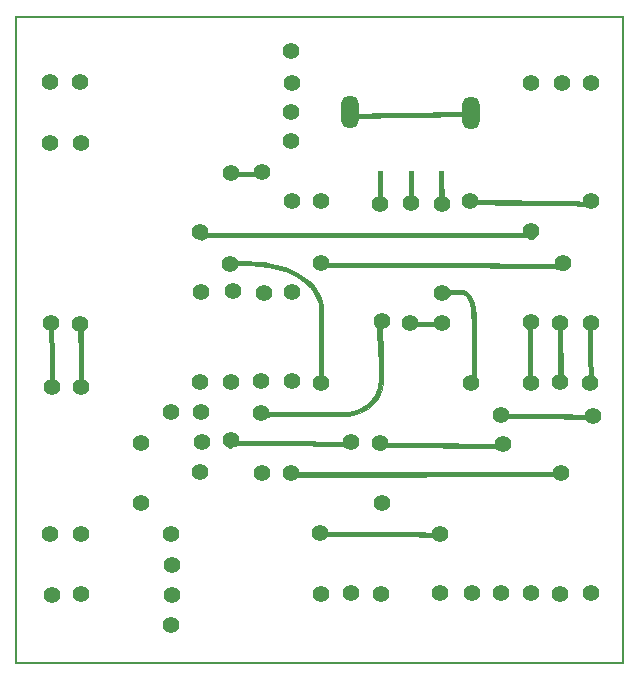
<source format=gbr>
G04 #@! TF.FileFunction,Copper,L1,Top,Signal*
%FSLAX46Y46*%
G04 Gerber Fmt 4.6, Leading zero omitted, Abs format (unit mm)*
G04 Created by KiCad (PCBNEW 4.0.7-e0-6372~58~ubuntu16.04.1) date Sun Feb 25 11:44:24 2018*
%MOMM*%
%LPD*%
G01*
G04 APERTURE LIST*
%ADD10C,0.100000*%
%ADD11C,0.010000*%
%ADD12O,1.500000X2.800000*%
%ADD13C,1.400000*%
G04 APERTURE END LIST*
D10*
D11*
G36*
X103308667Y-76349667D02*
X51873667Y-76349667D01*
X51873667Y-21655000D01*
X51916000Y-21655000D01*
X51916000Y-76307333D01*
X103266333Y-76307333D01*
X103266333Y-21655000D01*
X51916000Y-21655000D01*
X51873667Y-21655000D01*
X51873667Y-21612667D01*
X103308667Y-21612667D01*
X103308667Y-76349667D01*
X103308667Y-76349667D01*
G37*
X103308667Y-76349667D02*
X51873667Y-76349667D01*
X51873667Y-21655000D01*
X51916000Y-21655000D01*
X51916000Y-76307333D01*
X103266333Y-76307333D01*
X103266333Y-21655000D01*
X51916000Y-21655000D01*
X51873667Y-21655000D01*
X51873667Y-21612667D01*
X103308667Y-21612667D01*
X103308667Y-76349667D01*
G36*
X77708600Y-65061978D02*
X77827365Y-65156082D01*
X77923425Y-65258333D01*
X80911129Y-65258602D01*
X81469711Y-65259344D01*
X82051711Y-65261393D01*
X82643767Y-65264624D01*
X83232514Y-65268914D01*
X83804592Y-65274141D01*
X84346635Y-65280181D01*
X84845282Y-65286910D01*
X85287170Y-65294206D01*
X85658936Y-65301945D01*
X85687975Y-65302646D01*
X87477117Y-65346422D01*
X87577899Y-65229256D01*
X87709673Y-65135060D01*
X87869013Y-65106907D01*
X88029602Y-65145539D01*
X88129780Y-65213758D01*
X88222362Y-65352938D01*
X88245223Y-65513819D01*
X88199327Y-65671493D01*
X88107752Y-65783737D01*
X87953632Y-65873683D01*
X87795996Y-65881981D01*
X87730000Y-65863300D01*
X87647769Y-65817311D01*
X87589672Y-65772931D01*
X87560288Y-65755484D01*
X87511246Y-65739622D01*
X87438349Y-65725227D01*
X87337402Y-65712178D01*
X87204206Y-65700358D01*
X87034564Y-65689645D01*
X86824280Y-65679922D01*
X86569157Y-65671068D01*
X86264997Y-65662964D01*
X85907603Y-65655490D01*
X85492779Y-65648529D01*
X85016328Y-65641959D01*
X84474051Y-65635661D01*
X83861753Y-65629517D01*
X83175236Y-65623407D01*
X82410304Y-65617211D01*
X82006210Y-65614112D01*
X77912253Y-65583191D01*
X77835944Y-65677429D01*
X77725954Y-65756338D01*
X77590734Y-65794197D01*
X77421627Y-65782831D01*
X77289797Y-65711075D01*
X77200421Y-65596882D01*
X77158679Y-65458209D01*
X77169747Y-65313011D01*
X77238803Y-65179242D01*
X77371024Y-65074858D01*
X77381780Y-65069589D01*
X77553548Y-65024455D01*
X77708600Y-65061978D01*
X77708600Y-65061978D01*
G37*
X77708600Y-65061978D02*
X77827365Y-65156082D01*
X77923425Y-65258333D01*
X80911129Y-65258602D01*
X81469711Y-65259344D01*
X82051711Y-65261393D01*
X82643767Y-65264624D01*
X83232514Y-65268914D01*
X83804592Y-65274141D01*
X84346635Y-65280181D01*
X84845282Y-65286910D01*
X85287170Y-65294206D01*
X85658936Y-65301945D01*
X85687975Y-65302646D01*
X87477117Y-65346422D01*
X87577899Y-65229256D01*
X87709673Y-65135060D01*
X87869013Y-65106907D01*
X88029602Y-65145539D01*
X88129780Y-65213758D01*
X88222362Y-65352938D01*
X88245223Y-65513819D01*
X88199327Y-65671493D01*
X88107752Y-65783737D01*
X87953632Y-65873683D01*
X87795996Y-65881981D01*
X87730000Y-65863300D01*
X87647769Y-65817311D01*
X87589672Y-65772931D01*
X87560288Y-65755484D01*
X87511246Y-65739622D01*
X87438349Y-65725227D01*
X87337402Y-65712178D01*
X87204206Y-65700358D01*
X87034564Y-65689645D01*
X86824280Y-65679922D01*
X86569157Y-65671068D01*
X86264997Y-65662964D01*
X85907603Y-65655490D01*
X85492779Y-65648529D01*
X85016328Y-65641959D01*
X84474051Y-65635661D01*
X83861753Y-65629517D01*
X83175236Y-65623407D01*
X82410304Y-65617211D01*
X82006210Y-65614112D01*
X77912253Y-65583191D01*
X77835944Y-65677429D01*
X77725954Y-65756338D01*
X77590734Y-65794197D01*
X77421627Y-65782831D01*
X77289797Y-65711075D01*
X77200421Y-65596882D01*
X77158679Y-65458209D01*
X77169747Y-65313011D01*
X77238803Y-65179242D01*
X77371024Y-65074858D01*
X77381780Y-65069589D01*
X77553548Y-65024455D01*
X77708600Y-65061978D01*
G36*
X98167838Y-60067493D02*
X98246070Y-60139248D01*
X98338791Y-60298498D01*
X98347165Y-60454072D01*
X98271255Y-60603720D01*
X98231923Y-60647256D01*
X98079077Y-60749671D01*
X97913845Y-60770226D01*
X97746404Y-60708664D01*
X97681221Y-60661100D01*
X97550612Y-60551200D01*
X75629480Y-60580500D01*
X75528788Y-60675099D01*
X75385114Y-60763895D01*
X75220852Y-60796707D01*
X75087446Y-60772958D01*
X74958317Y-60677355D01*
X74882554Y-60536849D01*
X74865463Y-60376240D01*
X74912349Y-60220328D01*
X74955917Y-60158098D01*
X75097226Y-60051015D01*
X75257517Y-60019522D01*
X75417469Y-60065358D01*
X75482953Y-60110632D01*
X75613722Y-60220667D01*
X97560278Y-60220667D01*
X97686053Y-60114833D01*
X97848471Y-60022981D01*
X98014748Y-60007449D01*
X98167838Y-60067493D01*
X98167838Y-60067493D01*
G37*
X98167838Y-60067493D02*
X98246070Y-60139248D01*
X98338791Y-60298498D01*
X98347165Y-60454072D01*
X98271255Y-60603720D01*
X98231923Y-60647256D01*
X98079077Y-60749671D01*
X97913845Y-60770226D01*
X97746404Y-60708664D01*
X97681221Y-60661100D01*
X97550612Y-60551200D01*
X75629480Y-60580500D01*
X75528788Y-60675099D01*
X75385114Y-60763895D01*
X75220852Y-60796707D01*
X75087446Y-60772958D01*
X74958317Y-60677355D01*
X74882554Y-60536849D01*
X74865463Y-60376240D01*
X74912349Y-60220328D01*
X74955917Y-60158098D01*
X75097226Y-60051015D01*
X75257517Y-60019522D01*
X75417469Y-60065358D01*
X75482953Y-60110632D01*
X75613722Y-60220667D01*
X97560278Y-60220667D01*
X97686053Y-60114833D01*
X97848471Y-60022981D01*
X98014748Y-60007449D01*
X98167838Y-60067493D01*
G36*
X82931160Y-57547769D02*
X83079202Y-57624768D01*
X83132811Y-57675808D01*
X83213455Y-57765333D01*
X86223144Y-57765582D01*
X86782364Y-57766307D01*
X87363996Y-57768314D01*
X87954878Y-57771482D01*
X88541848Y-57775691D01*
X89111743Y-57780821D01*
X89651398Y-57786751D01*
X90147653Y-57793362D01*
X90587344Y-57800534D01*
X90957307Y-57808145D01*
X91001175Y-57809199D01*
X92769518Y-57852569D01*
X92863842Y-57744022D01*
X92982901Y-57654822D01*
X93108675Y-57611536D01*
X93226936Y-57607512D01*
X93326892Y-57649687D01*
X93394425Y-57701395D01*
X93500768Y-57837398D01*
X93537415Y-57991248D01*
X93509878Y-58142751D01*
X93423666Y-58271715D01*
X93284289Y-58357949D01*
X93210131Y-58376744D01*
X93098129Y-58383426D01*
X93021667Y-58371871D01*
X92939213Y-58324495D01*
X92881661Y-58280222D01*
X92851784Y-58262490D01*
X92801963Y-58246374D01*
X92728008Y-58231755D01*
X92625728Y-58218512D01*
X92490931Y-58206527D01*
X92319427Y-58195679D01*
X92107025Y-58185849D01*
X91849534Y-58176916D01*
X91542763Y-58168762D01*
X91182521Y-58161267D01*
X90764618Y-58154310D01*
X90284861Y-58147773D01*
X89739061Y-58141535D01*
X89123026Y-58135477D01*
X88432566Y-58129478D01*
X87663489Y-58123421D01*
X87296083Y-58120683D01*
X86565828Y-58115586D01*
X85916867Y-58111640D01*
X85345834Y-58108861D01*
X84849364Y-58107263D01*
X84424092Y-58106860D01*
X84066651Y-58107666D01*
X83773678Y-58109697D01*
X83541806Y-58112966D01*
X83367671Y-58117488D01*
X83247906Y-58123277D01*
X83179147Y-58130348D01*
X83158000Y-58138395D01*
X83121520Y-58192746D01*
X83031647Y-58250258D01*
X82917734Y-58296151D01*
X82809131Y-58315644D01*
X82805978Y-58315667D01*
X82668755Y-58277609D01*
X82547512Y-58179268D01*
X82468599Y-58044389D01*
X82457327Y-58001475D01*
X82459342Y-57826502D01*
X82524904Y-57685366D01*
X82636840Y-57586347D01*
X82777983Y-57537722D01*
X82931160Y-57547769D01*
X82931160Y-57547769D01*
G37*
X82931160Y-57547769D02*
X83079202Y-57624768D01*
X83132811Y-57675808D01*
X83213455Y-57765333D01*
X86223144Y-57765582D01*
X86782364Y-57766307D01*
X87363996Y-57768314D01*
X87954878Y-57771482D01*
X88541848Y-57775691D01*
X89111743Y-57780821D01*
X89651398Y-57786751D01*
X90147653Y-57793362D01*
X90587344Y-57800534D01*
X90957307Y-57808145D01*
X91001175Y-57809199D01*
X92769518Y-57852569D01*
X92863842Y-57744022D01*
X92982901Y-57654822D01*
X93108675Y-57611536D01*
X93226936Y-57607512D01*
X93326892Y-57649687D01*
X93394425Y-57701395D01*
X93500768Y-57837398D01*
X93537415Y-57991248D01*
X93509878Y-58142751D01*
X93423666Y-58271715D01*
X93284289Y-58357949D01*
X93210131Y-58376744D01*
X93098129Y-58383426D01*
X93021667Y-58371871D01*
X92939213Y-58324495D01*
X92881661Y-58280222D01*
X92851784Y-58262490D01*
X92801963Y-58246374D01*
X92728008Y-58231755D01*
X92625728Y-58218512D01*
X92490931Y-58206527D01*
X92319427Y-58195679D01*
X92107025Y-58185849D01*
X91849534Y-58176916D01*
X91542763Y-58168762D01*
X91182521Y-58161267D01*
X90764618Y-58154310D01*
X90284861Y-58147773D01*
X89739061Y-58141535D01*
X89123026Y-58135477D01*
X88432566Y-58129478D01*
X87663489Y-58123421D01*
X87296083Y-58120683D01*
X86565828Y-58115586D01*
X85916867Y-58111640D01*
X85345834Y-58108861D01*
X84849364Y-58107263D01*
X84424092Y-58106860D01*
X84066651Y-58107666D01*
X83773678Y-58109697D01*
X83541806Y-58112966D01*
X83367671Y-58117488D01*
X83247906Y-58123277D01*
X83179147Y-58130348D01*
X83158000Y-58138395D01*
X83121520Y-58192746D01*
X83031647Y-58250258D01*
X82917734Y-58296151D01*
X82809131Y-58315644D01*
X82805978Y-58315667D01*
X82668755Y-58277609D01*
X82547512Y-58179268D01*
X82468599Y-58044389D01*
X82457327Y-58001475D01*
X82459342Y-57826502D01*
X82524904Y-57685366D01*
X82636840Y-57586347D01*
X82777983Y-57537722D01*
X82931160Y-57547769D01*
G36*
X70205393Y-57386064D02*
X70237366Y-57400863D01*
X70328650Y-57456929D01*
X70378668Y-57504372D01*
X70380092Y-57507551D01*
X70424612Y-57515408D01*
X70550136Y-57523266D01*
X70752997Y-57531050D01*
X71029533Y-57538687D01*
X71376079Y-57546102D01*
X71788972Y-57553220D01*
X72264546Y-57559969D01*
X72799139Y-57566273D01*
X73389085Y-57572059D01*
X73696500Y-57574676D01*
X74263411Y-57579657D01*
X74839617Y-57585433D01*
X75414383Y-57591856D01*
X75976972Y-57598776D01*
X76516649Y-57606043D01*
X77022678Y-57613507D01*
X77484323Y-57621020D01*
X77890848Y-57628431D01*
X78231517Y-57635591D01*
X78437833Y-57640719D01*
X78825401Y-57651093D01*
X79137095Y-57658697D01*
X79381672Y-57663305D01*
X79567886Y-57664692D01*
X79704492Y-57662630D01*
X79800247Y-57656895D01*
X79863904Y-57647260D01*
X79904221Y-57633498D01*
X79929950Y-57615384D01*
X79942419Y-57601867D01*
X80091166Y-57476939D01*
X80255073Y-57431447D01*
X80422197Y-57466724D01*
X80530085Y-57536263D01*
X80634956Y-57671758D01*
X80668316Y-57825710D01*
X80633612Y-57977209D01*
X80534290Y-58105345D01*
X80425452Y-58171084D01*
X80328946Y-58209535D01*
X80273659Y-58228015D01*
X80270110Y-58228316D01*
X80226546Y-58212479D01*
X80153204Y-58183754D01*
X80045926Y-58128273D01*
X79982330Y-58082227D01*
X79918854Y-58063062D01*
X79774134Y-58044920D01*
X79551588Y-58027879D01*
X79254631Y-58012017D01*
X78886683Y-57997412D01*
X78451159Y-57984139D01*
X77951478Y-57972278D01*
X77391055Y-57961904D01*
X76773310Y-57953097D01*
X76101658Y-57945932D01*
X75379518Y-57940488D01*
X74610306Y-57936843D01*
X73797440Y-57935072D01*
X73480811Y-57934908D01*
X72894658Y-57934926D01*
X72387322Y-57935178D01*
X71952954Y-57935813D01*
X71585705Y-57936979D01*
X71279724Y-57938826D01*
X71029164Y-57941502D01*
X70828175Y-57945156D01*
X70670906Y-57949937D01*
X70551510Y-57955993D01*
X70464136Y-57963475D01*
X70402935Y-57972530D01*
X70362058Y-57983308D01*
X70335656Y-57995957D01*
X70317879Y-58010626D01*
X70313279Y-58015526D01*
X70183803Y-58109786D01*
X70045049Y-58134280D01*
X69910156Y-58100884D01*
X69792264Y-58021476D01*
X69704512Y-57907934D01*
X69660039Y-57772135D01*
X69671986Y-57625958D01*
X69740168Y-57497450D01*
X69871069Y-57394214D01*
X70035280Y-57355310D01*
X70205393Y-57386064D01*
X70205393Y-57386064D01*
G37*
X70205393Y-57386064D02*
X70237366Y-57400863D01*
X70328650Y-57456929D01*
X70378668Y-57504372D01*
X70380092Y-57507551D01*
X70424612Y-57515408D01*
X70550136Y-57523266D01*
X70752997Y-57531050D01*
X71029533Y-57538687D01*
X71376079Y-57546102D01*
X71788972Y-57553220D01*
X72264546Y-57559969D01*
X72799139Y-57566273D01*
X73389085Y-57572059D01*
X73696500Y-57574676D01*
X74263411Y-57579657D01*
X74839617Y-57585433D01*
X75414383Y-57591856D01*
X75976972Y-57598776D01*
X76516649Y-57606043D01*
X77022678Y-57613507D01*
X77484323Y-57621020D01*
X77890848Y-57628431D01*
X78231517Y-57635591D01*
X78437833Y-57640719D01*
X78825401Y-57651093D01*
X79137095Y-57658697D01*
X79381672Y-57663305D01*
X79567886Y-57664692D01*
X79704492Y-57662630D01*
X79800247Y-57656895D01*
X79863904Y-57647260D01*
X79904221Y-57633498D01*
X79929950Y-57615384D01*
X79942419Y-57601867D01*
X80091166Y-57476939D01*
X80255073Y-57431447D01*
X80422197Y-57466724D01*
X80530085Y-57536263D01*
X80634956Y-57671758D01*
X80668316Y-57825710D01*
X80633612Y-57977209D01*
X80534290Y-58105345D01*
X80425452Y-58171084D01*
X80328946Y-58209535D01*
X80273659Y-58228015D01*
X80270110Y-58228316D01*
X80226546Y-58212479D01*
X80153204Y-58183754D01*
X80045926Y-58128273D01*
X79982330Y-58082227D01*
X79918854Y-58063062D01*
X79774134Y-58044920D01*
X79551588Y-58027879D01*
X79254631Y-58012017D01*
X78886683Y-57997412D01*
X78451159Y-57984139D01*
X77951478Y-57972278D01*
X77391055Y-57961904D01*
X76773310Y-57953097D01*
X76101658Y-57945932D01*
X75379518Y-57940488D01*
X74610306Y-57936843D01*
X73797440Y-57935072D01*
X73480811Y-57934908D01*
X72894658Y-57934926D01*
X72387322Y-57935178D01*
X71952954Y-57935813D01*
X71585705Y-57936979D01*
X71279724Y-57938826D01*
X71029164Y-57941502D01*
X70828175Y-57945156D01*
X70670906Y-57949937D01*
X70551510Y-57955993D01*
X70464136Y-57963475D01*
X70402935Y-57972530D01*
X70362058Y-57983308D01*
X70335656Y-57995957D01*
X70317879Y-58010626D01*
X70313279Y-58015526D01*
X70183803Y-58109786D01*
X70045049Y-58134280D01*
X69910156Y-58100884D01*
X69792264Y-58021476D01*
X69704512Y-57907934D01*
X69660039Y-57772135D01*
X69671986Y-57625958D01*
X69740168Y-57497450D01*
X69871069Y-57394214D01*
X70035280Y-57355310D01*
X70205393Y-57386064D01*
G36*
X93344903Y-55125389D02*
X93378849Y-55155334D01*
X93478183Y-55254668D01*
X96139175Y-55285462D01*
X96635112Y-55291581D01*
X97128410Y-55298386D01*
X97608677Y-55305687D01*
X98065518Y-55313295D01*
X98488540Y-55321021D01*
X98867348Y-55328677D01*
X99191548Y-55336074D01*
X99450748Y-55343022D01*
X99618602Y-55348686D01*
X100437037Y-55381117D01*
X100557262Y-55260892D01*
X100707803Y-55160996D01*
X100868510Y-55137716D01*
X101020550Y-55188121D01*
X101145086Y-55309283D01*
X101173080Y-55356678D01*
X101217867Y-55524674D01*
X101184297Y-55685143D01*
X101077207Y-55817484D01*
X100944321Y-55882974D01*
X100792858Y-55901784D01*
X100655374Y-55873482D01*
X100583620Y-55824026D01*
X100560046Y-55802416D01*
X100527285Y-55783278D01*
X100480040Y-55766374D01*
X100413013Y-55751465D01*
X100320907Y-55738315D01*
X100198425Y-55726684D01*
X100040268Y-55716334D01*
X99841139Y-55707028D01*
X99595740Y-55698528D01*
X99298774Y-55690595D01*
X98944943Y-55682991D01*
X98528950Y-55675478D01*
X98045496Y-55667819D01*
X97489284Y-55659774D01*
X96855017Y-55651106D01*
X96685712Y-55648842D01*
X93512925Y-55606532D01*
X93398308Y-55716342D01*
X93244104Y-55815330D01*
X93082438Y-55832739D01*
X92926479Y-55769106D01*
X92842439Y-55693728D01*
X92761764Y-55588981D01*
X92733399Y-55497733D01*
X92740475Y-55399438D01*
X92800706Y-55240686D01*
X92911294Y-55126246D01*
X93052209Y-55063778D01*
X93203422Y-55060939D01*
X93344903Y-55125389D01*
X93344903Y-55125389D01*
G37*
X93344903Y-55125389D02*
X93378849Y-55155334D01*
X93478183Y-55254668D01*
X96139175Y-55285462D01*
X96635112Y-55291581D01*
X97128410Y-55298386D01*
X97608677Y-55305687D01*
X98065518Y-55313295D01*
X98488540Y-55321021D01*
X98867348Y-55328677D01*
X99191548Y-55336074D01*
X99450748Y-55343022D01*
X99618602Y-55348686D01*
X100437037Y-55381117D01*
X100557262Y-55260892D01*
X100707803Y-55160996D01*
X100868510Y-55137716D01*
X101020550Y-55188121D01*
X101145086Y-55309283D01*
X101173080Y-55356678D01*
X101217867Y-55524674D01*
X101184297Y-55685143D01*
X101077207Y-55817484D01*
X100944321Y-55882974D01*
X100792858Y-55901784D01*
X100655374Y-55873482D01*
X100583620Y-55824026D01*
X100560046Y-55802416D01*
X100527285Y-55783278D01*
X100480040Y-55766374D01*
X100413013Y-55751465D01*
X100320907Y-55738315D01*
X100198425Y-55726684D01*
X100040268Y-55716334D01*
X99841139Y-55707028D01*
X99595740Y-55698528D01*
X99298774Y-55690595D01*
X98944943Y-55682991D01*
X98528950Y-55675478D01*
X98045496Y-55667819D01*
X97489284Y-55659774D01*
X96855017Y-55651106D01*
X96685712Y-55648842D01*
X93512925Y-55606532D01*
X93398308Y-55716342D01*
X93244104Y-55815330D01*
X93082438Y-55832739D01*
X92926479Y-55769106D01*
X92842439Y-55693728D01*
X92761764Y-55588981D01*
X92733399Y-55497733D01*
X92740475Y-55399438D01*
X92800706Y-55240686D01*
X92911294Y-55126246D01*
X93052209Y-55063778D01*
X93203422Y-55060939D01*
X93344903Y-55125389D01*
G36*
X82864835Y-47301399D02*
X82990566Y-47394655D01*
X83062166Y-47530022D01*
X83072274Y-47691088D01*
X83013527Y-47861441D01*
X82981591Y-47911603D01*
X82889849Y-48040443D01*
X82968395Y-50103891D01*
X82986730Y-50595410D01*
X83001257Y-51010762D01*
X83012057Y-51358358D01*
X83019212Y-51646609D01*
X83022804Y-51883926D01*
X83022914Y-52078719D01*
X83019625Y-52239399D01*
X83013019Y-52374377D01*
X83003176Y-52492064D01*
X82992505Y-52583422D01*
X82886136Y-53137422D01*
X82719382Y-53632147D01*
X82491601Y-54068311D01*
X82202154Y-54446631D01*
X81850401Y-54767820D01*
X81435701Y-55032594D01*
X80957415Y-55241669D01*
X80491000Y-55378359D01*
X80428381Y-55391854D01*
X80357918Y-55403714D01*
X80273819Y-55414074D01*
X80170289Y-55423066D01*
X80041535Y-55430826D01*
X79881762Y-55437487D01*
X79685177Y-55443184D01*
X79445986Y-55448051D01*
X79158395Y-55452222D01*
X78816611Y-55455832D01*
X78414839Y-55459014D01*
X77947286Y-55461902D01*
X77408158Y-55464632D01*
X76791661Y-55467336D01*
X76618281Y-55468051D01*
X75982065Y-55470773D01*
X75425263Y-55473490D01*
X74942624Y-55476318D01*
X74528895Y-55479375D01*
X74178825Y-55482778D01*
X73887160Y-55486645D01*
X73648650Y-55491094D01*
X73458042Y-55496242D01*
X73310084Y-55502207D01*
X73199523Y-55509105D01*
X73121109Y-55517055D01*
X73069589Y-55526173D01*
X73039710Y-55536579D01*
X73026221Y-55548388D01*
X73026208Y-55548410D01*
X72965866Y-55604196D01*
X72861611Y-55665810D01*
X72750470Y-55714239D01*
X72671276Y-55730650D01*
X72608574Y-55713841D01*
X72553500Y-55693313D01*
X72413775Y-55597613D01*
X72326856Y-55460238D01*
X72297292Y-55303651D01*
X72329633Y-55150318D01*
X72419239Y-55030340D01*
X72571900Y-54945697D01*
X72737788Y-54928233D01*
X72891327Y-54977770D01*
X72961807Y-55034102D01*
X73061500Y-55139204D01*
X76343444Y-55139935D01*
X76995867Y-55139470D01*
X77595475Y-55137806D01*
X78138305Y-55134990D01*
X78620396Y-55131069D01*
X79037788Y-55126092D01*
X79386518Y-55120105D01*
X79662626Y-55113157D01*
X79862149Y-55105295D01*
X79981128Y-55096566D01*
X79984110Y-55096205D01*
X80532042Y-54996010D01*
X81017336Y-54838928D01*
X81440206Y-54624799D01*
X81800863Y-54353465D01*
X82099523Y-54024770D01*
X82336396Y-53638554D01*
X82501810Y-53226400D01*
X82549833Y-53065064D01*
X82589541Y-52905120D01*
X82621233Y-52738164D01*
X82645210Y-52555797D01*
X82661772Y-52349615D01*
X82671221Y-52111218D01*
X82673855Y-51832203D01*
X82669976Y-51504170D01*
X82659885Y-51118716D01*
X82643880Y-50667440D01*
X82622264Y-50141940D01*
X82616693Y-50013440D01*
X82530532Y-48040047D01*
X82420933Y-47930448D01*
X82339032Y-47816066D01*
X82311739Y-47673908D01*
X82311333Y-47647667D01*
X82345394Y-47467429D01*
X82443141Y-47340969D01*
X82597920Y-47274942D01*
X82692333Y-47266667D01*
X82864835Y-47301399D01*
X82864835Y-47301399D01*
G37*
X82864835Y-47301399D02*
X82990566Y-47394655D01*
X83062166Y-47530022D01*
X83072274Y-47691088D01*
X83013527Y-47861441D01*
X82981591Y-47911603D01*
X82889849Y-48040443D01*
X82968395Y-50103891D01*
X82986730Y-50595410D01*
X83001257Y-51010762D01*
X83012057Y-51358358D01*
X83019212Y-51646609D01*
X83022804Y-51883926D01*
X83022914Y-52078719D01*
X83019625Y-52239399D01*
X83013019Y-52374377D01*
X83003176Y-52492064D01*
X82992505Y-52583422D01*
X82886136Y-53137422D01*
X82719382Y-53632147D01*
X82491601Y-54068311D01*
X82202154Y-54446631D01*
X81850401Y-54767820D01*
X81435701Y-55032594D01*
X80957415Y-55241669D01*
X80491000Y-55378359D01*
X80428381Y-55391854D01*
X80357918Y-55403714D01*
X80273819Y-55414074D01*
X80170289Y-55423066D01*
X80041535Y-55430826D01*
X79881762Y-55437487D01*
X79685177Y-55443184D01*
X79445986Y-55448051D01*
X79158395Y-55452222D01*
X78816611Y-55455832D01*
X78414839Y-55459014D01*
X77947286Y-55461902D01*
X77408158Y-55464632D01*
X76791661Y-55467336D01*
X76618281Y-55468051D01*
X75982065Y-55470773D01*
X75425263Y-55473490D01*
X74942624Y-55476318D01*
X74528895Y-55479375D01*
X74178825Y-55482778D01*
X73887160Y-55486645D01*
X73648650Y-55491094D01*
X73458042Y-55496242D01*
X73310084Y-55502207D01*
X73199523Y-55509105D01*
X73121109Y-55517055D01*
X73069589Y-55526173D01*
X73039710Y-55536579D01*
X73026221Y-55548388D01*
X73026208Y-55548410D01*
X72965866Y-55604196D01*
X72861611Y-55665810D01*
X72750470Y-55714239D01*
X72671276Y-55730650D01*
X72608574Y-55713841D01*
X72553500Y-55693313D01*
X72413775Y-55597613D01*
X72326856Y-55460238D01*
X72297292Y-55303651D01*
X72329633Y-55150318D01*
X72419239Y-55030340D01*
X72571900Y-54945697D01*
X72737788Y-54928233D01*
X72891327Y-54977770D01*
X72961807Y-55034102D01*
X73061500Y-55139204D01*
X76343444Y-55139935D01*
X76995867Y-55139470D01*
X77595475Y-55137806D01*
X78138305Y-55134990D01*
X78620396Y-55131069D01*
X79037788Y-55126092D01*
X79386518Y-55120105D01*
X79662626Y-55113157D01*
X79862149Y-55105295D01*
X79981128Y-55096566D01*
X79984110Y-55096205D01*
X80532042Y-54996010D01*
X81017336Y-54838928D01*
X81440206Y-54624799D01*
X81800863Y-54353465D01*
X82099523Y-54024770D01*
X82336396Y-53638554D01*
X82501810Y-53226400D01*
X82549833Y-53065064D01*
X82589541Y-52905120D01*
X82621233Y-52738164D01*
X82645210Y-52555797D01*
X82661772Y-52349615D01*
X82671221Y-52111218D01*
X82673855Y-51832203D01*
X82669976Y-51504170D01*
X82659885Y-51118716D01*
X82643880Y-50667440D01*
X82622264Y-50141940D01*
X82616693Y-50013440D01*
X82530532Y-48040047D01*
X82420933Y-47930448D01*
X82339032Y-47816066D01*
X82311739Y-47673908D01*
X82311333Y-47647667D01*
X82345394Y-47467429D01*
X82443141Y-47340969D01*
X82597920Y-47274942D01*
X82692333Y-47266667D01*
X82864835Y-47301399D01*
G36*
X55119486Y-47395253D02*
X55198757Y-47455242D01*
X55283354Y-47593426D01*
X55306199Y-47756813D01*
X55266991Y-47914769D01*
X55204142Y-48004039D01*
X55105618Y-48102563D01*
X55124038Y-50362198D01*
X55142457Y-52621833D01*
X55253350Y-52740025D01*
X55348291Y-52892466D01*
X55370216Y-53051959D01*
X55326954Y-53200419D01*
X55226338Y-53319761D01*
X55076200Y-53391899D01*
X54965402Y-53405000D01*
X54835834Y-53388257D01*
X54737594Y-53323919D01*
X54692596Y-53274752D01*
X54601529Y-53116247D01*
X54595106Y-52957398D01*
X54673331Y-52797628D01*
X54695477Y-52769824D01*
X54807955Y-52636152D01*
X54777977Y-50374500D01*
X54747999Y-48112847D01*
X54644333Y-48009181D01*
X54556605Y-47867047D01*
X54538619Y-47703356D01*
X54589997Y-47544009D01*
X54652273Y-47462939D01*
X54797116Y-47370980D01*
X54961467Y-47348297D01*
X55119486Y-47395253D01*
X55119486Y-47395253D01*
G37*
X55119486Y-47395253D02*
X55198757Y-47455242D01*
X55283354Y-47593426D01*
X55306199Y-47756813D01*
X55266991Y-47914769D01*
X55204142Y-48004039D01*
X55105618Y-48102563D01*
X55124038Y-50362198D01*
X55142457Y-52621833D01*
X55253350Y-52740025D01*
X55348291Y-52892466D01*
X55370216Y-53051959D01*
X55326954Y-53200419D01*
X55226338Y-53319761D01*
X55076200Y-53391899D01*
X54965402Y-53405000D01*
X54835834Y-53388257D01*
X54737594Y-53323919D01*
X54692596Y-53274752D01*
X54601529Y-53116247D01*
X54595106Y-52957398D01*
X54673331Y-52797628D01*
X54695477Y-52769824D01*
X54807955Y-52636152D01*
X54777977Y-50374500D01*
X54747999Y-48112847D01*
X54644333Y-48009181D01*
X54556605Y-47867047D01*
X54538619Y-47703356D01*
X54589997Y-47544009D01*
X54652273Y-47462939D01*
X54797116Y-47370980D01*
X54961467Y-47348297D01*
X55119486Y-47395253D01*
G36*
X57602806Y-47410666D02*
X57659427Y-47452674D01*
X57753978Y-47584747D01*
X57782455Y-47744296D01*
X57744044Y-47904857D01*
X57676397Y-48004239D01*
X57575551Y-48111584D01*
X57623293Y-52642786D01*
X57732980Y-52773141D01*
X57821143Y-52934277D01*
X57831831Y-53102203D01*
X57766850Y-53258279D01*
X57677002Y-53350737D01*
X57574458Y-53389981D01*
X57433802Y-53400480D01*
X57296771Y-53381636D01*
X57235450Y-53357056D01*
X57166472Y-53288140D01*
X57102977Y-53181009D01*
X57098145Y-53169868D01*
X57066656Y-52997354D01*
X57118119Y-52825034D01*
X57200472Y-52706500D01*
X57216269Y-52682768D01*
X57229420Y-52647438D01*
X57240072Y-52593598D01*
X57248373Y-52514333D01*
X57254469Y-52402731D01*
X57258508Y-52251878D01*
X57260638Y-52054860D01*
X57261006Y-51804763D01*
X57259760Y-51494676D01*
X57257046Y-51117683D01*
X57253013Y-50666871D01*
X57250191Y-50375240D01*
X57228078Y-48128646D01*
X57112039Y-47990742D01*
X57015275Y-47829064D01*
X57002891Y-47674065D01*
X57074892Y-47525396D01*
X57119743Y-47475077D01*
X57272825Y-47373340D01*
X57438882Y-47351661D01*
X57602806Y-47410666D01*
X57602806Y-47410666D01*
G37*
X57602806Y-47410666D02*
X57659427Y-47452674D01*
X57753978Y-47584747D01*
X57782455Y-47744296D01*
X57744044Y-47904857D01*
X57676397Y-48004239D01*
X57575551Y-48111584D01*
X57623293Y-52642786D01*
X57732980Y-52773141D01*
X57821143Y-52934277D01*
X57831831Y-53102203D01*
X57766850Y-53258279D01*
X57677002Y-53350737D01*
X57574458Y-53389981D01*
X57433802Y-53400480D01*
X57296771Y-53381636D01*
X57235450Y-53357056D01*
X57166472Y-53288140D01*
X57102977Y-53181009D01*
X57098145Y-53169868D01*
X57066656Y-52997354D01*
X57118119Y-52825034D01*
X57200472Y-52706500D01*
X57216269Y-52682768D01*
X57229420Y-52647438D01*
X57240072Y-52593598D01*
X57248373Y-52514333D01*
X57254469Y-52402731D01*
X57258508Y-52251878D01*
X57260638Y-52054860D01*
X57261006Y-51804763D01*
X57259760Y-51494676D01*
X57257046Y-51117683D01*
X57253013Y-50666871D01*
X57250191Y-50375240D01*
X57228078Y-48128646D01*
X57112039Y-47990742D01*
X57015275Y-47829064D01*
X57002891Y-47674065D01*
X57074892Y-47525396D01*
X57119743Y-47475077D01*
X57272825Y-47373340D01*
X57438882Y-47351661D01*
X57602806Y-47410666D01*
G36*
X70412928Y-42241999D02*
X70451465Y-42266282D01*
X70493876Y-42291289D01*
X70549347Y-42310992D01*
X70628655Y-42326318D01*
X70742577Y-42338195D01*
X70901889Y-42347550D01*
X71117368Y-42355312D01*
X71399791Y-42362409D01*
X71622167Y-42367060D01*
X72004665Y-42376369D01*
X72318945Y-42388210D01*
X72581447Y-42403769D01*
X72808608Y-42424235D01*
X73016866Y-42450793D01*
X73204232Y-42481333D01*
X73982804Y-42647422D01*
X74696699Y-42856847D01*
X75344430Y-43108575D01*
X75924509Y-43401579D01*
X76435450Y-43734829D01*
X76875767Y-44107293D01*
X77243972Y-44517944D01*
X77538579Y-44965751D01*
X77758101Y-45449685D01*
X77834599Y-45688195D01*
X77851833Y-45751255D01*
X77866817Y-45813419D01*
X77879739Y-45880884D01*
X77890784Y-45959847D01*
X77900138Y-46056506D01*
X77907988Y-46177057D01*
X77914519Y-46327698D01*
X77919918Y-46514625D01*
X77924370Y-46744035D01*
X77928063Y-47022126D01*
X77931181Y-47355094D01*
X77933911Y-47749137D01*
X77936439Y-48210450D01*
X77938952Y-48745233D01*
X77941094Y-49234563D01*
X77954992Y-52451292D01*
X78047284Y-52549532D01*
X78127510Y-52690552D01*
X78142164Y-52852523D01*
X78092623Y-53006166D01*
X78021760Y-53091993D01*
X77865726Y-53176980D01*
X77697147Y-53187383D01*
X77539152Y-53122925D01*
X77507431Y-53098083D01*
X77400070Y-52956457D01*
X77368892Y-52795954D01*
X77415545Y-52635421D01*
X77461219Y-52569557D01*
X77572508Y-52437297D01*
X77560670Y-49164065D01*
X77548833Y-45890833D01*
X77435413Y-45580335D01*
X77270857Y-45200360D01*
X77065102Y-44863086D01*
X76798843Y-44537344D01*
X76770259Y-44506464D01*
X76351454Y-44117942D01*
X75863656Y-43772884D01*
X75311423Y-43472813D01*
X74699310Y-43219255D01*
X74031876Y-43013733D01*
X73313678Y-42857771D01*
X72549271Y-42752894D01*
X71743213Y-42700625D01*
X71353660Y-42694667D01*
X70618969Y-42694667D01*
X70500333Y-42821667D01*
X70359892Y-42922030D01*
X70205296Y-42955490D01*
X70055502Y-42928600D01*
X69929469Y-42847914D01*
X69846154Y-42719986D01*
X69823000Y-42587501D01*
X69859520Y-42420529D01*
X69956157Y-42292586D01*
X70093527Y-42213578D01*
X70252245Y-42193413D01*
X70412928Y-42241999D01*
X70412928Y-42241999D01*
G37*
X70412928Y-42241999D02*
X70451465Y-42266282D01*
X70493876Y-42291289D01*
X70549347Y-42310992D01*
X70628655Y-42326318D01*
X70742577Y-42338195D01*
X70901889Y-42347550D01*
X71117368Y-42355312D01*
X71399791Y-42362409D01*
X71622167Y-42367060D01*
X72004665Y-42376369D01*
X72318945Y-42388210D01*
X72581447Y-42403769D01*
X72808608Y-42424235D01*
X73016866Y-42450793D01*
X73204232Y-42481333D01*
X73982804Y-42647422D01*
X74696699Y-42856847D01*
X75344430Y-43108575D01*
X75924509Y-43401579D01*
X76435450Y-43734829D01*
X76875767Y-44107293D01*
X77243972Y-44517944D01*
X77538579Y-44965751D01*
X77758101Y-45449685D01*
X77834599Y-45688195D01*
X77851833Y-45751255D01*
X77866817Y-45813419D01*
X77879739Y-45880884D01*
X77890784Y-45959847D01*
X77900138Y-46056506D01*
X77907988Y-46177057D01*
X77914519Y-46327698D01*
X77919918Y-46514625D01*
X77924370Y-46744035D01*
X77928063Y-47022126D01*
X77931181Y-47355094D01*
X77933911Y-47749137D01*
X77936439Y-48210450D01*
X77938952Y-48745233D01*
X77941094Y-49234563D01*
X77954992Y-52451292D01*
X78047284Y-52549532D01*
X78127510Y-52690552D01*
X78142164Y-52852523D01*
X78092623Y-53006166D01*
X78021760Y-53091993D01*
X77865726Y-53176980D01*
X77697147Y-53187383D01*
X77539152Y-53122925D01*
X77507431Y-53098083D01*
X77400070Y-52956457D01*
X77368892Y-52795954D01*
X77415545Y-52635421D01*
X77461219Y-52569557D01*
X77572508Y-52437297D01*
X77560670Y-49164065D01*
X77548833Y-45890833D01*
X77435413Y-45580335D01*
X77270857Y-45200360D01*
X77065102Y-44863086D01*
X76798843Y-44537344D01*
X76770259Y-44506464D01*
X76351454Y-44117942D01*
X75863656Y-43772884D01*
X75311423Y-43472813D01*
X74699310Y-43219255D01*
X74031876Y-43013733D01*
X73313678Y-42857771D01*
X72549271Y-42752894D01*
X71743213Y-42700625D01*
X71353660Y-42694667D01*
X70618969Y-42694667D01*
X70500333Y-42821667D01*
X70359892Y-42922030D01*
X70205296Y-42955490D01*
X70055502Y-42928600D01*
X69929469Y-42847914D01*
X69846154Y-42719986D01*
X69823000Y-42587501D01*
X69859520Y-42420529D01*
X69956157Y-42292586D01*
X70093527Y-42213578D01*
X70252245Y-42193413D01*
X70412928Y-42241999D01*
G36*
X88255111Y-44698077D02*
X88319086Y-44729741D01*
X88391424Y-44768372D01*
X88457231Y-44793464D01*
X88534060Y-44806156D01*
X88639462Y-44807583D01*
X88790989Y-44798884D01*
X89006194Y-44781196D01*
X89052007Y-44777235D01*
X89286406Y-44760585D01*
X89496314Y-44752471D01*
X89661772Y-44753288D01*
X89762000Y-44763235D01*
X90014538Y-44855272D01*
X90231343Y-45007275D01*
X90415236Y-45223540D01*
X90569037Y-45508362D01*
X90695567Y-45866037D01*
X90797645Y-46300860D01*
X90808034Y-46356500D01*
X90821966Y-46443391D01*
X90834169Y-46545394D01*
X90844817Y-46668930D01*
X90854082Y-46820422D01*
X90862140Y-47006291D01*
X90869163Y-47232960D01*
X90875326Y-47506852D01*
X90880802Y-47834387D01*
X90885766Y-48221988D01*
X90890391Y-48676078D01*
X90894851Y-49203078D01*
X90898555Y-49700833D01*
X90902070Y-50197916D01*
X90905396Y-50672923D01*
X90908485Y-51118635D01*
X90911289Y-51527832D01*
X90913758Y-51893293D01*
X90915844Y-52207798D01*
X90917499Y-52464126D01*
X90918675Y-52655057D01*
X90919322Y-52773371D01*
X90919435Y-52808385D01*
X90881094Y-52960460D01*
X90776892Y-53075974D01*
X90622456Y-53141337D01*
X90525402Y-53151000D01*
X90395834Y-53134257D01*
X90297594Y-53069919D01*
X90252596Y-53020752D01*
X90159876Y-52861502D01*
X90151501Y-52705928D01*
X90227411Y-52556279D01*
X90266743Y-52512743D01*
X90360345Y-52434347D01*
X90440919Y-52391634D01*
X90457243Y-52389000D01*
X90470646Y-52382747D01*
X90482144Y-52360041D01*
X90491880Y-52314962D01*
X90499997Y-52241586D01*
X90506637Y-52133994D01*
X90511942Y-51986265D01*
X90516056Y-51792476D01*
X90519121Y-51546707D01*
X90521279Y-51243036D01*
X90522673Y-50875542D01*
X90523446Y-50438305D01*
X90523739Y-49925402D01*
X90523750Y-49626750D01*
X90523359Y-49021445D01*
X90522046Y-48493977D01*
X90519429Y-48037520D01*
X90515122Y-47645245D01*
X90508742Y-47310326D01*
X90499906Y-47025934D01*
X90488229Y-46785243D01*
X90473329Y-46581424D01*
X90454820Y-46407652D01*
X90432319Y-46257097D01*
X90405443Y-46122933D01*
X90373808Y-45998333D01*
X90337029Y-45876468D01*
X90308028Y-45789160D01*
X90191088Y-45533906D01*
X90018360Y-45313568D01*
X90017727Y-45312910D01*
X89819898Y-45107667D01*
X89484032Y-45109949D01*
X89109260Y-45120071D01*
X88813045Y-45145316D01*
X88590499Y-45186474D01*
X88436734Y-45244337D01*
X88372913Y-45289785D01*
X88211153Y-45401741D01*
X88048595Y-45429525D01*
X87905148Y-45385840D01*
X87765572Y-45272664D01*
X87693930Y-45124227D01*
X87694602Y-44960204D01*
X87771967Y-44800270D01*
X87774168Y-44797450D01*
X87907535Y-44689400D01*
X88071865Y-44655777D01*
X88255111Y-44698077D01*
X88255111Y-44698077D01*
G37*
X88255111Y-44698077D02*
X88319086Y-44729741D01*
X88391424Y-44768372D01*
X88457231Y-44793464D01*
X88534060Y-44806156D01*
X88639462Y-44807583D01*
X88790989Y-44798884D01*
X89006194Y-44781196D01*
X89052007Y-44777235D01*
X89286406Y-44760585D01*
X89496314Y-44752471D01*
X89661772Y-44753288D01*
X89762000Y-44763235D01*
X90014538Y-44855272D01*
X90231343Y-45007275D01*
X90415236Y-45223540D01*
X90569037Y-45508362D01*
X90695567Y-45866037D01*
X90797645Y-46300860D01*
X90808034Y-46356500D01*
X90821966Y-46443391D01*
X90834169Y-46545394D01*
X90844817Y-46668930D01*
X90854082Y-46820422D01*
X90862140Y-47006291D01*
X90869163Y-47232960D01*
X90875326Y-47506852D01*
X90880802Y-47834387D01*
X90885766Y-48221988D01*
X90890391Y-48676078D01*
X90894851Y-49203078D01*
X90898555Y-49700833D01*
X90902070Y-50197916D01*
X90905396Y-50672923D01*
X90908485Y-51118635D01*
X90911289Y-51527832D01*
X90913758Y-51893293D01*
X90915844Y-52207798D01*
X90917499Y-52464126D01*
X90918675Y-52655057D01*
X90919322Y-52773371D01*
X90919435Y-52808385D01*
X90881094Y-52960460D01*
X90776892Y-53075974D01*
X90622456Y-53141337D01*
X90525402Y-53151000D01*
X90395834Y-53134257D01*
X90297594Y-53069919D01*
X90252596Y-53020752D01*
X90159876Y-52861502D01*
X90151501Y-52705928D01*
X90227411Y-52556279D01*
X90266743Y-52512743D01*
X90360345Y-52434347D01*
X90440919Y-52391634D01*
X90457243Y-52389000D01*
X90470646Y-52382747D01*
X90482144Y-52360041D01*
X90491880Y-52314962D01*
X90499997Y-52241586D01*
X90506637Y-52133994D01*
X90511942Y-51986265D01*
X90516056Y-51792476D01*
X90519121Y-51546707D01*
X90521279Y-51243036D01*
X90522673Y-50875542D01*
X90523446Y-50438305D01*
X90523739Y-49925402D01*
X90523750Y-49626750D01*
X90523359Y-49021445D01*
X90522046Y-48493977D01*
X90519429Y-48037520D01*
X90515122Y-47645245D01*
X90508742Y-47310326D01*
X90499906Y-47025934D01*
X90488229Y-46785243D01*
X90473329Y-46581424D01*
X90454820Y-46407652D01*
X90432319Y-46257097D01*
X90405443Y-46122933D01*
X90373808Y-45998333D01*
X90337029Y-45876468D01*
X90308028Y-45789160D01*
X90191088Y-45533906D01*
X90018360Y-45313568D01*
X90017727Y-45312910D01*
X89819898Y-45107667D01*
X89484032Y-45109949D01*
X89109260Y-45120071D01*
X88813045Y-45145316D01*
X88590499Y-45186474D01*
X88436734Y-45244337D01*
X88372913Y-45289785D01*
X88211153Y-45401741D01*
X88048595Y-45429525D01*
X87905148Y-45385840D01*
X87765572Y-45272664D01*
X87693930Y-45124227D01*
X87694602Y-44960204D01*
X87771967Y-44800270D01*
X87774168Y-44797450D01*
X87907535Y-44689400D01*
X88071865Y-44655777D01*
X88255111Y-44698077D01*
G36*
X100662570Y-47204005D02*
X100806795Y-47298424D01*
X100814256Y-47305743D01*
X100915578Y-47452808D01*
X100932542Y-47606301D01*
X100865125Y-47765147D01*
X100825573Y-47817115D01*
X100713147Y-47950726D01*
X100743357Y-50134914D01*
X100773566Y-52319101D01*
X100876950Y-52441965D01*
X100962768Y-52599735D01*
X100974635Y-52762822D01*
X100919680Y-52912165D01*
X100805032Y-53028701D01*
X100637821Y-53093365D01*
X100633047Y-53094149D01*
X100521466Y-53101313D01*
X100437037Y-53068922D01*
X100347297Y-52990143D01*
X100242275Y-52834893D01*
X100218412Y-52668179D01*
X100276387Y-52502425D01*
X100317601Y-52445165D01*
X100416869Y-52325500D01*
X100397732Y-50145333D01*
X100378596Y-47965167D01*
X100267677Y-47846974D01*
X100173198Y-47699619D01*
X100149263Y-47550716D01*
X100183723Y-47412296D01*
X100264431Y-47296386D01*
X100379240Y-47215015D01*
X100516002Y-47180212D01*
X100662570Y-47204005D01*
X100662570Y-47204005D01*
G37*
X100662570Y-47204005D02*
X100806795Y-47298424D01*
X100814256Y-47305743D01*
X100915578Y-47452808D01*
X100932542Y-47606301D01*
X100865125Y-47765147D01*
X100825573Y-47817115D01*
X100713147Y-47950726D01*
X100743357Y-50134914D01*
X100773566Y-52319101D01*
X100876950Y-52441965D01*
X100962768Y-52599735D01*
X100974635Y-52762822D01*
X100919680Y-52912165D01*
X100805032Y-53028701D01*
X100637821Y-53093365D01*
X100633047Y-53094149D01*
X100521466Y-53101313D01*
X100437037Y-53068922D01*
X100347297Y-52990143D01*
X100242275Y-52834893D01*
X100218412Y-52668179D01*
X100276387Y-52502425D01*
X100317601Y-52445165D01*
X100416869Y-52325500D01*
X100397732Y-50145333D01*
X100378596Y-47965167D01*
X100267677Y-47846974D01*
X100173198Y-47699619D01*
X100149263Y-47550716D01*
X100183723Y-47412296D01*
X100264431Y-47296386D01*
X100379240Y-47215015D01*
X100516002Y-47180212D01*
X100662570Y-47204005D01*
G36*
X95612224Y-47145349D02*
X95706070Y-47227581D01*
X95797106Y-47386591D01*
X95803486Y-47546072D01*
X95725210Y-47705187D01*
X95706113Y-47729034D01*
X95596560Y-47859231D01*
X95627573Y-50058991D01*
X95658586Y-52258752D01*
X95758293Y-52352422D01*
X95838726Y-52480152D01*
X95862275Y-52637084D01*
X95828793Y-52790541D01*
X95760715Y-52888969D01*
X95619077Y-52975457D01*
X95455531Y-53007287D01*
X95322779Y-52983625D01*
X95191158Y-52887345D01*
X95116402Y-52746975D01*
X95102774Y-52584767D01*
X95154534Y-52422974D01*
X95202198Y-52353953D01*
X95308396Y-52227744D01*
X95281372Y-50054122D01*
X95275153Y-49567314D01*
X95269408Y-49158122D01*
X95263816Y-48819498D01*
X95258054Y-48544397D01*
X95251799Y-48325770D01*
X95244728Y-48156570D01*
X95236520Y-48029751D01*
X95226850Y-47938265D01*
X95215397Y-47875066D01*
X95201839Y-47833106D01*
X95185851Y-47805339D01*
X95177994Y-47795833D01*
X95067103Y-47625331D01*
X95040609Y-47452757D01*
X95071527Y-47331549D01*
X95170045Y-47188405D01*
X95306996Y-47107365D01*
X95461386Y-47091866D01*
X95612224Y-47145349D01*
X95612224Y-47145349D01*
G37*
X95612224Y-47145349D02*
X95706070Y-47227581D01*
X95797106Y-47386591D01*
X95803486Y-47546072D01*
X95725210Y-47705187D01*
X95706113Y-47729034D01*
X95596560Y-47859231D01*
X95627573Y-50058991D01*
X95658586Y-52258752D01*
X95758293Y-52352422D01*
X95838726Y-52480152D01*
X95862275Y-52637084D01*
X95828793Y-52790541D01*
X95760715Y-52888969D01*
X95619077Y-52975457D01*
X95455531Y-53007287D01*
X95322779Y-52983625D01*
X95191158Y-52887345D01*
X95116402Y-52746975D01*
X95102774Y-52584767D01*
X95154534Y-52422974D01*
X95202198Y-52353953D01*
X95308396Y-52227744D01*
X95281372Y-50054122D01*
X95275153Y-49567314D01*
X95269408Y-49158122D01*
X95263816Y-48819498D01*
X95258054Y-48544397D01*
X95251799Y-48325770D01*
X95244728Y-48156570D01*
X95236520Y-48029751D01*
X95226850Y-47938265D01*
X95215397Y-47875066D01*
X95201839Y-47833106D01*
X95185851Y-47805339D01*
X95177994Y-47795833D01*
X95067103Y-47625331D01*
X95040609Y-47452757D01*
X95071527Y-47331549D01*
X95170045Y-47188405D01*
X95306996Y-47107365D01*
X95461386Y-47091866D01*
X95612224Y-47145349D01*
G36*
X98148536Y-47132802D02*
X98271881Y-47227195D01*
X98344900Y-47362490D01*
X98360091Y-47520667D01*
X98309954Y-47683704D01*
X98258514Y-47760835D01*
X98161362Y-47880500D01*
X98207500Y-52240902D01*
X98301673Y-52335041D01*
X98398465Y-52482044D01*
X98425978Y-52643917D01*
X98386890Y-52798788D01*
X98283883Y-52924784D01*
X98224806Y-52962496D01*
X98072487Y-53016360D01*
X97932771Y-53001147D01*
X97842927Y-52960515D01*
X97719338Y-52850556D01*
X97657428Y-52702958D01*
X97659871Y-52540801D01*
X97729344Y-52387167D01*
X97770883Y-52338783D01*
X97861280Y-52248386D01*
X97834445Y-50049225D01*
X97807610Y-47850065D01*
X97700638Y-47743093D01*
X97610226Y-47602408D01*
X97590407Y-47449960D01*
X97632894Y-47304749D01*
X97729399Y-47185770D01*
X97871634Y-47112022D01*
X97982363Y-47097333D01*
X98148536Y-47132802D01*
X98148536Y-47132802D01*
G37*
X98148536Y-47132802D02*
X98271881Y-47227195D01*
X98344900Y-47362490D01*
X98360091Y-47520667D01*
X98309954Y-47683704D01*
X98258514Y-47760835D01*
X98161362Y-47880500D01*
X98207500Y-52240902D01*
X98301673Y-52335041D01*
X98398465Y-52482044D01*
X98425978Y-52643917D01*
X98386890Y-52798788D01*
X98283883Y-52924784D01*
X98224806Y-52962496D01*
X98072487Y-53016360D01*
X97932771Y-53001147D01*
X97842927Y-52960515D01*
X97719338Y-52850556D01*
X97657428Y-52702958D01*
X97659871Y-52540801D01*
X97729344Y-52387167D01*
X97770883Y-52338783D01*
X97861280Y-52248386D01*
X97834445Y-50049225D01*
X97807610Y-47850065D01*
X97700638Y-47743093D01*
X97610226Y-47602408D01*
X97590407Y-47449960D01*
X97632894Y-47304749D01*
X97729399Y-47185770D01*
X97871634Y-47112022D01*
X97982363Y-47097333D01*
X98148536Y-47132802D01*
G36*
X87935643Y-47160526D02*
X88102048Y-47238370D01*
X88204283Y-47370427D01*
X88238000Y-47545449D01*
X88225258Y-47677894D01*
X88173924Y-47771438D01*
X88107752Y-47834403D01*
X87953155Y-47922719D01*
X87797176Y-47937727D01*
X87664008Y-47881846D01*
X87620626Y-47860588D01*
X87547162Y-47844485D01*
X87433230Y-47832883D01*
X87268443Y-47825127D01*
X87042415Y-47820563D01*
X86744758Y-47818535D01*
X86656611Y-47818346D01*
X85731389Y-47817000D01*
X85605613Y-47922833D01*
X85447789Y-48013133D01*
X85291842Y-48019135D01*
X85141670Y-47940978D01*
X85102077Y-47904923D01*
X85001777Y-47755016D01*
X84976071Y-47596000D01*
X85020628Y-47446812D01*
X85131120Y-47326390D01*
X85247533Y-47268636D01*
X85424919Y-47247628D01*
X85583096Y-47308850D01*
X85672811Y-47388808D01*
X85704072Y-47419175D01*
X85743429Y-47441774D01*
X85802828Y-47457748D01*
X85894219Y-47468243D01*
X86029550Y-47474401D01*
X86220769Y-47477367D01*
X86479823Y-47478284D01*
X86607933Y-47478333D01*
X87462410Y-47478333D01*
X87509703Y-47374536D01*
X87599637Y-47262761D01*
X87734832Y-47183330D01*
X87880247Y-47153851D01*
X87935643Y-47160526D01*
X87935643Y-47160526D01*
G37*
X87935643Y-47160526D02*
X88102048Y-47238370D01*
X88204283Y-47370427D01*
X88238000Y-47545449D01*
X88225258Y-47677894D01*
X88173924Y-47771438D01*
X88107752Y-47834403D01*
X87953155Y-47922719D01*
X87797176Y-47937727D01*
X87664008Y-47881846D01*
X87620626Y-47860588D01*
X87547162Y-47844485D01*
X87433230Y-47832883D01*
X87268443Y-47825127D01*
X87042415Y-47820563D01*
X86744758Y-47818535D01*
X86656611Y-47818346D01*
X85731389Y-47817000D01*
X85605613Y-47922833D01*
X85447789Y-48013133D01*
X85291842Y-48019135D01*
X85141670Y-47940978D01*
X85102077Y-47904923D01*
X85001777Y-47755016D01*
X84976071Y-47596000D01*
X85020628Y-47446812D01*
X85131120Y-47326390D01*
X85247533Y-47268636D01*
X85424919Y-47247628D01*
X85583096Y-47308850D01*
X85672811Y-47388808D01*
X85704072Y-47419175D01*
X85743429Y-47441774D01*
X85802828Y-47457748D01*
X85894219Y-47468243D01*
X86029550Y-47474401D01*
X86220769Y-47477367D01*
X86479823Y-47478284D01*
X86607933Y-47478333D01*
X87462410Y-47478333D01*
X87509703Y-47374536D01*
X87599637Y-47262761D01*
X87734832Y-47183330D01*
X87880247Y-47153851D01*
X87935643Y-47160526D01*
G36*
X77887138Y-42279721D02*
X78048730Y-42358561D01*
X78064168Y-42370903D01*
X78183833Y-42470473D01*
X85571000Y-42499530D01*
X86399226Y-42502972D01*
X87230546Y-42506783D01*
X88058592Y-42510918D01*
X88876998Y-42515331D01*
X89679394Y-42519978D01*
X90459415Y-42524814D01*
X91210691Y-42529794D01*
X91926856Y-42534874D01*
X92601542Y-42540008D01*
X93228380Y-42545152D01*
X93801004Y-42550261D01*
X94313047Y-42555290D01*
X94758139Y-42560194D01*
X95129914Y-42564929D01*
X95365520Y-42568486D01*
X97772873Y-42608385D01*
X97890754Y-42482192D01*
X98031882Y-42381485D01*
X98184041Y-42351425D01*
X98330256Y-42382756D01*
X98453549Y-42466225D01*
X98536944Y-42592579D01*
X98563463Y-42752564D01*
X98550243Y-42841662D01*
X98475457Y-42987197D01*
X98348959Y-43080372D01*
X98189668Y-43115511D01*
X98016507Y-43086938D01*
X97909260Y-43033957D01*
X97882335Y-43018534D01*
X97849008Y-43005022D01*
X97803448Y-42993204D01*
X97739823Y-42982863D01*
X97652304Y-42973781D01*
X97535059Y-42965743D01*
X97382257Y-42958531D01*
X97188067Y-42951928D01*
X96946660Y-42945717D01*
X96652202Y-42939681D01*
X96298865Y-42933604D01*
X95880816Y-42927268D01*
X95392225Y-42920456D01*
X94827262Y-42912952D01*
X94564927Y-42909531D01*
X94135812Y-42904365D01*
X93630080Y-42898998D01*
X93055778Y-42893487D01*
X92420956Y-42887889D01*
X91733661Y-42882260D01*
X91001942Y-42876657D01*
X90233848Y-42871136D01*
X89437427Y-42865755D01*
X88620728Y-42860569D01*
X87791798Y-42855636D01*
X86958687Y-42851012D01*
X86129443Y-42846754D01*
X85312115Y-42842919D01*
X84775556Y-42840615D01*
X78201612Y-42813509D01*
X78091700Y-42923421D01*
X77949936Y-43018091D01*
X77799645Y-43044171D01*
X77655960Y-43012139D01*
X77534010Y-42932472D01*
X77448928Y-42815647D01*
X77415844Y-42672141D01*
X77449890Y-42512433D01*
X77461920Y-42487345D01*
X77575043Y-42347727D01*
X77723013Y-42277315D01*
X77887138Y-42279721D01*
X77887138Y-42279721D01*
G37*
X77887138Y-42279721D02*
X78048730Y-42358561D01*
X78064168Y-42370903D01*
X78183833Y-42470473D01*
X85571000Y-42499530D01*
X86399226Y-42502972D01*
X87230546Y-42506783D01*
X88058592Y-42510918D01*
X88876998Y-42515331D01*
X89679394Y-42519978D01*
X90459415Y-42524814D01*
X91210691Y-42529794D01*
X91926856Y-42534874D01*
X92601542Y-42540008D01*
X93228380Y-42545152D01*
X93801004Y-42550261D01*
X94313047Y-42555290D01*
X94758139Y-42560194D01*
X95129914Y-42564929D01*
X95365520Y-42568486D01*
X97772873Y-42608385D01*
X97890754Y-42482192D01*
X98031882Y-42381485D01*
X98184041Y-42351425D01*
X98330256Y-42382756D01*
X98453549Y-42466225D01*
X98536944Y-42592579D01*
X98563463Y-42752564D01*
X98550243Y-42841662D01*
X98475457Y-42987197D01*
X98348959Y-43080372D01*
X98189668Y-43115511D01*
X98016507Y-43086938D01*
X97909260Y-43033957D01*
X97882335Y-43018534D01*
X97849008Y-43005022D01*
X97803448Y-42993204D01*
X97739823Y-42982863D01*
X97652304Y-42973781D01*
X97535059Y-42965743D01*
X97382257Y-42958531D01*
X97188067Y-42951928D01*
X96946660Y-42945717D01*
X96652202Y-42939681D01*
X96298865Y-42933604D01*
X95880816Y-42927268D01*
X95392225Y-42920456D01*
X94827262Y-42912952D01*
X94564927Y-42909531D01*
X94135812Y-42904365D01*
X93630080Y-42898998D01*
X93055778Y-42893487D01*
X92420956Y-42887889D01*
X91733661Y-42882260D01*
X91001942Y-42876657D01*
X90233848Y-42871136D01*
X89437427Y-42865755D01*
X88620728Y-42860569D01*
X87791798Y-42855636D01*
X86958687Y-42851012D01*
X86129443Y-42846754D01*
X85312115Y-42842919D01*
X84775556Y-42840615D01*
X78201612Y-42813509D01*
X78091700Y-42923421D01*
X77949936Y-43018091D01*
X77799645Y-43044171D01*
X77655960Y-43012139D01*
X77534010Y-42932472D01*
X77448928Y-42815647D01*
X77415844Y-42672141D01*
X77449890Y-42512433D01*
X77461920Y-42487345D01*
X77575043Y-42347727D01*
X77723013Y-42277315D01*
X77887138Y-42279721D01*
G36*
X95757740Y-39774894D02*
X95880694Y-39885393D01*
X95924142Y-39963959D01*
X95956059Y-40129081D01*
X95919483Y-40275525D01*
X95830197Y-40392743D01*
X95703984Y-40470185D01*
X95556627Y-40497301D01*
X95403908Y-40463542D01*
X95290500Y-40387500D01*
X95176304Y-40281667D01*
X68070799Y-40281667D01*
X67961118Y-40386748D01*
X67805414Y-40488025D01*
X67637291Y-40515820D01*
X67485147Y-40471388D01*
X67350230Y-40354792D01*
X67285361Y-40206266D01*
X67292959Y-40044815D01*
X67375441Y-39889444D01*
X67406743Y-39855077D01*
X67554654Y-39753902D01*
X67709408Y-39736849D01*
X67867106Y-39804055D01*
X67910280Y-39837167D01*
X68036055Y-39943000D01*
X95147278Y-39943000D01*
X95273053Y-39837167D01*
X95434082Y-39746917D01*
X95602257Y-39727448D01*
X95757740Y-39774894D01*
X95757740Y-39774894D01*
G37*
X95757740Y-39774894D02*
X95880694Y-39885393D01*
X95924142Y-39963959D01*
X95956059Y-40129081D01*
X95919483Y-40275525D01*
X95830197Y-40392743D01*
X95703984Y-40470185D01*
X95556627Y-40497301D01*
X95403908Y-40463542D01*
X95290500Y-40387500D01*
X95176304Y-40281667D01*
X68070799Y-40281667D01*
X67961118Y-40386748D01*
X67805414Y-40488025D01*
X67637291Y-40515820D01*
X67485147Y-40471388D01*
X67350230Y-40354792D01*
X67285361Y-40206266D01*
X67292959Y-40044815D01*
X67375441Y-39889444D01*
X67406743Y-39855077D01*
X67554654Y-39753902D01*
X67709408Y-39736849D01*
X67867106Y-39804055D01*
X67910280Y-39837167D01*
X68036055Y-39943000D01*
X95147278Y-39943000D01*
X95273053Y-39837167D01*
X95434082Y-39746917D01*
X95602257Y-39727448D01*
X95757740Y-39774894D01*
G36*
X82907569Y-36003662D02*
X82916203Y-36400201D01*
X82925497Y-36717484D01*
X82935765Y-36960922D01*
X82947315Y-37135923D01*
X82960459Y-37247899D01*
X82975507Y-37302260D01*
X82982543Y-37309237D01*
X83045305Y-37365235D01*
X83105502Y-37472149D01*
X83147605Y-37597226D01*
X83158000Y-37679321D01*
X83120294Y-37807929D01*
X83023908Y-37925670D01*
X82893941Y-38009443D01*
X82769673Y-38036713D01*
X82646500Y-38022310D01*
X82550783Y-37990056D01*
X82482140Y-37921346D01*
X82418332Y-37813918D01*
X82412632Y-37800843D01*
X82376079Y-37687427D01*
X82383744Y-37591901D01*
X82412279Y-37514001D01*
X82464846Y-37410681D01*
X82515372Y-37344884D01*
X82521280Y-37340563D01*
X82536199Y-37305379D01*
X82547715Y-37216660D01*
X82556002Y-37068729D01*
X82561237Y-36855909D01*
X82563592Y-36572524D01*
X82563244Y-36212896D01*
X82562174Y-36012478D01*
X82553816Y-34714833D01*
X82882833Y-34714833D01*
X82907569Y-36003662D01*
X82907569Y-36003662D01*
G37*
X82907569Y-36003662D02*
X82916203Y-36400201D01*
X82925497Y-36717484D01*
X82935765Y-36960922D01*
X82947315Y-37135923D01*
X82960459Y-37247899D01*
X82975507Y-37302260D01*
X82982543Y-37309237D01*
X83045305Y-37365235D01*
X83105502Y-37472149D01*
X83147605Y-37597226D01*
X83158000Y-37679321D01*
X83120294Y-37807929D01*
X83023908Y-37925670D01*
X82893941Y-38009443D01*
X82769673Y-38036713D01*
X82646500Y-38022310D01*
X82550783Y-37990056D01*
X82482140Y-37921346D01*
X82418332Y-37813918D01*
X82412632Y-37800843D01*
X82376079Y-37687427D01*
X82383744Y-37591901D01*
X82412279Y-37514001D01*
X82464846Y-37410681D01*
X82515372Y-37344884D01*
X82521280Y-37340563D01*
X82536199Y-37305379D01*
X82547715Y-37216660D01*
X82556002Y-37068729D01*
X82561237Y-36855909D01*
X82563592Y-36572524D01*
X82563244Y-36212896D01*
X82562174Y-36012478D01*
X82553816Y-34714833D01*
X82882833Y-34714833D01*
X82907569Y-36003662D01*
G36*
X85543494Y-35081170D02*
X85552245Y-35249059D01*
X85559846Y-35480118D01*
X85565823Y-35752850D01*
X85569698Y-36045761D01*
X85571000Y-36323442D01*
X85571409Y-36613703D01*
X85573398Y-36831243D01*
X85578111Y-36988010D01*
X85586691Y-37095949D01*
X85600281Y-37167005D01*
X85620024Y-37213125D01*
X85647064Y-37246254D01*
X85660525Y-37258855D01*
X85773259Y-37406082D01*
X85803411Y-37571265D01*
X85780697Y-37684133D01*
X85692285Y-37838913D01*
X85561627Y-37930840D01*
X85407662Y-37955584D01*
X85249329Y-37908816D01*
X85144410Y-37829590D01*
X85053243Y-37690057D01*
X85026282Y-37534999D01*
X85062006Y-37388393D01*
X85158893Y-37274214D01*
X85180552Y-37260213D01*
X85198491Y-37240365D01*
X85212041Y-37198673D01*
X85221418Y-37126280D01*
X85226838Y-37014331D01*
X85228520Y-36853967D01*
X85226680Y-36636332D01*
X85221534Y-36352570D01*
X85213301Y-35993824D01*
X85212438Y-35958463D01*
X85181466Y-34693667D01*
X85515988Y-34693667D01*
X85543494Y-35081170D01*
X85543494Y-35081170D01*
G37*
X85543494Y-35081170D02*
X85552245Y-35249059D01*
X85559846Y-35480118D01*
X85565823Y-35752850D01*
X85569698Y-36045761D01*
X85571000Y-36323442D01*
X85571409Y-36613703D01*
X85573398Y-36831243D01*
X85578111Y-36988010D01*
X85586691Y-37095949D01*
X85600281Y-37167005D01*
X85620024Y-37213125D01*
X85647064Y-37246254D01*
X85660525Y-37258855D01*
X85773259Y-37406082D01*
X85803411Y-37571265D01*
X85780697Y-37684133D01*
X85692285Y-37838913D01*
X85561627Y-37930840D01*
X85407662Y-37955584D01*
X85249329Y-37908816D01*
X85144410Y-37829590D01*
X85053243Y-37690057D01*
X85026282Y-37534999D01*
X85062006Y-37388393D01*
X85158893Y-37274214D01*
X85180552Y-37260213D01*
X85198491Y-37240365D01*
X85212041Y-37198673D01*
X85221418Y-37126280D01*
X85226838Y-37014331D01*
X85228520Y-36853967D01*
X85226680Y-36636332D01*
X85221534Y-36352570D01*
X85213301Y-35993824D01*
X85212438Y-35958463D01*
X85181466Y-34693667D01*
X85515988Y-34693667D01*
X85543494Y-35081170D01*
G36*
X88123518Y-35952442D02*
X88133620Y-36368446D01*
X88145073Y-36703463D01*
X88157831Y-36956673D01*
X88171847Y-37127252D01*
X88187075Y-37214380D01*
X88194634Y-37226267D01*
X88253726Y-37280730D01*
X88311736Y-37385854D01*
X88353485Y-37508818D01*
X88365000Y-37594654D01*
X88327277Y-37723149D01*
X88230745Y-37841006D01*
X88100356Y-37925248D01*
X87975509Y-37953333D01*
X87847098Y-37934247D01*
X87742659Y-37889702D01*
X87658614Y-37793556D01*
X87598784Y-37658856D01*
X87577140Y-37523954D01*
X87586991Y-37462378D01*
X87637008Y-37369750D01*
X87696402Y-37291854D01*
X87719573Y-37261561D01*
X87737798Y-37221796D01*
X87751632Y-37162928D01*
X87761626Y-37075328D01*
X87768334Y-36949366D01*
X87772309Y-36775413D01*
X87774105Y-36543837D01*
X87774274Y-36245010D01*
X87773601Y-35947771D01*
X87770013Y-34693667D01*
X88097549Y-34693667D01*
X88123518Y-35952442D01*
X88123518Y-35952442D01*
G37*
X88123518Y-35952442D02*
X88133620Y-36368446D01*
X88145073Y-36703463D01*
X88157831Y-36956673D01*
X88171847Y-37127252D01*
X88187075Y-37214380D01*
X88194634Y-37226267D01*
X88253726Y-37280730D01*
X88311736Y-37385854D01*
X88353485Y-37508818D01*
X88365000Y-37594654D01*
X88327277Y-37723149D01*
X88230745Y-37841006D01*
X88100356Y-37925248D01*
X87975509Y-37953333D01*
X87847098Y-37934247D01*
X87742659Y-37889702D01*
X87658614Y-37793556D01*
X87598784Y-37658856D01*
X87577140Y-37523954D01*
X87586991Y-37462378D01*
X87637008Y-37369750D01*
X87696402Y-37291854D01*
X87719573Y-37261561D01*
X87737798Y-37221796D01*
X87751632Y-37162928D01*
X87761626Y-37075328D01*
X87768334Y-36949366D01*
X87772309Y-36775413D01*
X87774105Y-36543837D01*
X87774274Y-36245010D01*
X87773601Y-35947771D01*
X87770013Y-34693667D01*
X88097549Y-34693667D01*
X88123518Y-35952442D01*
G36*
X90587079Y-36988055D02*
X90748614Y-37066911D01*
X90764168Y-37079357D01*
X90883833Y-37179047D01*
X94439833Y-37209275D01*
X95012593Y-37214460D01*
X95583787Y-37220233D01*
X96144465Y-37226467D01*
X96685675Y-37233039D01*
X97198465Y-37239821D01*
X97673886Y-37246690D01*
X98102985Y-37253520D01*
X98476811Y-37260186D01*
X98786414Y-37266563D01*
X99022841Y-37272525D01*
X99075333Y-37274123D01*
X100154833Y-37308743D01*
X100276273Y-37186538D01*
X100424237Y-37086130D01*
X100580913Y-37057101D01*
X100728238Y-37092385D01*
X100848145Y-37184917D01*
X100922570Y-37327632D01*
X100938000Y-37445333D01*
X100902292Y-37614118D01*
X100807429Y-37740532D01*
X100671800Y-37816190D01*
X100513793Y-37832711D01*
X100351798Y-37781712D01*
X100290162Y-37740655D01*
X100256966Y-37717816D01*
X100215275Y-37699015D01*
X100156260Y-37683564D01*
X100071093Y-37670778D01*
X99950945Y-37659969D01*
X99786988Y-37650452D01*
X99570394Y-37641541D01*
X99292333Y-37632549D01*
X98943979Y-37622791D01*
X98686369Y-37615990D01*
X98385923Y-37609000D01*
X98012247Y-37601698D01*
X97576780Y-37594240D01*
X97090959Y-37586779D01*
X96566221Y-37579473D01*
X96014002Y-37572477D01*
X95445739Y-37565947D01*
X94872871Y-37560038D01*
X94306832Y-37554905D01*
X94037667Y-37552738D01*
X90883833Y-37528472D01*
X90784140Y-37635069D01*
X90648596Y-37730266D01*
X90502191Y-37755920D01*
X90360396Y-37722958D01*
X90238683Y-37642307D01*
X90152525Y-37524890D01*
X90117392Y-37381635D01*
X90148757Y-37223467D01*
X90161920Y-37195678D01*
X90275043Y-37056048D01*
X90422992Y-36985638D01*
X90587079Y-36988055D01*
X90587079Y-36988055D01*
G37*
X90587079Y-36988055D02*
X90748614Y-37066911D01*
X90764168Y-37079357D01*
X90883833Y-37179047D01*
X94439833Y-37209275D01*
X95012593Y-37214460D01*
X95583787Y-37220233D01*
X96144465Y-37226467D01*
X96685675Y-37233039D01*
X97198465Y-37239821D01*
X97673886Y-37246690D01*
X98102985Y-37253520D01*
X98476811Y-37260186D01*
X98786414Y-37266563D01*
X99022841Y-37272525D01*
X99075333Y-37274123D01*
X100154833Y-37308743D01*
X100276273Y-37186538D01*
X100424237Y-37086130D01*
X100580913Y-37057101D01*
X100728238Y-37092385D01*
X100848145Y-37184917D01*
X100922570Y-37327632D01*
X100938000Y-37445333D01*
X100902292Y-37614118D01*
X100807429Y-37740532D01*
X100671800Y-37816190D01*
X100513793Y-37832711D01*
X100351798Y-37781712D01*
X100290162Y-37740655D01*
X100256966Y-37717816D01*
X100215275Y-37699015D01*
X100156260Y-37683564D01*
X100071093Y-37670778D01*
X99950945Y-37659969D01*
X99786988Y-37650452D01*
X99570394Y-37641541D01*
X99292333Y-37632549D01*
X98943979Y-37622791D01*
X98686369Y-37615990D01*
X98385923Y-37609000D01*
X98012247Y-37601698D01*
X97576780Y-37594240D01*
X97090959Y-37586779D01*
X96566221Y-37579473D01*
X96014002Y-37572477D01*
X95445739Y-37565947D01*
X94872871Y-37560038D01*
X94306832Y-37554905D01*
X94037667Y-37552738D01*
X90883833Y-37528472D01*
X90784140Y-37635069D01*
X90648596Y-37730266D01*
X90502191Y-37755920D01*
X90360396Y-37722958D01*
X90238683Y-37642307D01*
X90152525Y-37524890D01*
X90117392Y-37381635D01*
X90148757Y-37223467D01*
X90161920Y-37195678D01*
X90275043Y-37056048D01*
X90422992Y-36985638D01*
X90587079Y-36988055D01*
G36*
X72936076Y-34520492D02*
X73043590Y-34605743D01*
X73145049Y-34756235D01*
X73171224Y-34915035D01*
X73125441Y-35063770D01*
X73011027Y-35184063D01*
X72931092Y-35226985D01*
X72818185Y-35263721D01*
X72723645Y-35256884D01*
X72641062Y-35226771D01*
X72561502Y-35204171D01*
X72437624Y-35186510D01*
X72260133Y-35173157D01*
X72019732Y-35163485D01*
X71707125Y-35156862D01*
X71583763Y-35155206D01*
X71275251Y-35152338D01*
X71040404Y-35152454D01*
X70868250Y-35156164D01*
X70747821Y-35164074D01*
X70668147Y-35176792D01*
X70618258Y-35194927D01*
X70596617Y-35209896D01*
X70438141Y-35322003D01*
X70293883Y-35361367D01*
X70144498Y-35332975D01*
X70134446Y-35329023D01*
X70008654Y-35235483D01*
X69929119Y-35086523D01*
X69907667Y-34942010D01*
X69926152Y-34814729D01*
X69995375Y-34714728D01*
X70037915Y-34676263D01*
X70197800Y-34585430D01*
X70358514Y-34578457D01*
X70514869Y-34655444D01*
X70528835Y-34666734D01*
X70573360Y-34700968D01*
X70622103Y-34726770D01*
X70687644Y-34745717D01*
X70782565Y-34759389D01*
X70919449Y-34769365D01*
X71110878Y-34777224D01*
X71369433Y-34784544D01*
X71492098Y-34787616D01*
X72335696Y-34808432D01*
X72490960Y-34645216D01*
X72645074Y-34520061D01*
X72792140Y-34478579D01*
X72936076Y-34520492D01*
X72936076Y-34520492D01*
G37*
X72936076Y-34520492D02*
X73043590Y-34605743D01*
X73145049Y-34756235D01*
X73171224Y-34915035D01*
X73125441Y-35063770D01*
X73011027Y-35184063D01*
X72931092Y-35226985D01*
X72818185Y-35263721D01*
X72723645Y-35256884D01*
X72641062Y-35226771D01*
X72561502Y-35204171D01*
X72437624Y-35186510D01*
X72260133Y-35173157D01*
X72019732Y-35163485D01*
X71707125Y-35156862D01*
X71583763Y-35155206D01*
X71275251Y-35152338D01*
X71040404Y-35152454D01*
X70868250Y-35156164D01*
X70747821Y-35164074D01*
X70668147Y-35176792D01*
X70618258Y-35194927D01*
X70596617Y-35209896D01*
X70438141Y-35322003D01*
X70293883Y-35361367D01*
X70144498Y-35332975D01*
X70134446Y-35329023D01*
X70008654Y-35235483D01*
X69929119Y-35086523D01*
X69907667Y-34942010D01*
X69926152Y-34814729D01*
X69995375Y-34714728D01*
X70037915Y-34676263D01*
X70197800Y-34585430D01*
X70358514Y-34578457D01*
X70514869Y-34655444D01*
X70528835Y-34666734D01*
X70573360Y-34700968D01*
X70622103Y-34726770D01*
X70687644Y-34745717D01*
X70782565Y-34759389D01*
X70919449Y-34769365D01*
X71110878Y-34777224D01*
X71369433Y-34784544D01*
X71492098Y-34787616D01*
X72335696Y-34808432D01*
X72490960Y-34645216D01*
X72645074Y-34520061D01*
X72792140Y-34478579D01*
X72936076Y-34520492D01*
G36*
X90706439Y-29548779D02*
X90781256Y-29610410D01*
X90878285Y-29758517D01*
X90900141Y-29917953D01*
X90850311Y-30068720D01*
X90732279Y-30190818D01*
X90674384Y-30223610D01*
X90501673Y-30265143D01*
X90337923Y-30222663D01*
X90241794Y-30154106D01*
X90227361Y-30140040D01*
X90213859Y-30127428D01*
X90196860Y-30116262D01*
X90171940Y-30106538D01*
X90134672Y-30098247D01*
X90080630Y-30091384D01*
X90005388Y-30085941D01*
X89904521Y-30081913D01*
X89773602Y-30079291D01*
X89608206Y-30078070D01*
X89403906Y-30078243D01*
X89156278Y-30079804D01*
X88860894Y-30082744D01*
X88513329Y-30087059D01*
X88109157Y-30092741D01*
X87643952Y-30099783D01*
X87113289Y-30108180D01*
X86512740Y-30117923D01*
X85837881Y-30129007D01*
X85084286Y-30141425D01*
X84811384Y-30145916D01*
X80813268Y-30211665D01*
X80717655Y-30314832D01*
X80586593Y-30399471D01*
X80427452Y-30422153D01*
X80269818Y-30382919D01*
X80171576Y-30314091D01*
X80092775Y-30199401D01*
X80067776Y-30050659D01*
X80067667Y-30037000D01*
X80101962Y-29857474D01*
X80199480Y-29730381D01*
X80352167Y-29663938D01*
X80440970Y-29656000D01*
X80597156Y-29681780D01*
X80709760Y-29759305D01*
X80813065Y-29862611D01*
X83287283Y-29822243D01*
X83831452Y-29813323D01*
X84425846Y-29803509D01*
X85051096Y-29793123D01*
X85687835Y-29782490D01*
X86316696Y-29771934D01*
X86918310Y-29761779D01*
X87473311Y-29752351D01*
X87946180Y-29744250D01*
X90130859Y-29706625D01*
X90240839Y-29596646D01*
X90387141Y-29502360D01*
X90547803Y-29486543D01*
X90706439Y-29548779D01*
X90706439Y-29548779D01*
G37*
X90706439Y-29548779D02*
X90781256Y-29610410D01*
X90878285Y-29758517D01*
X90900141Y-29917953D01*
X90850311Y-30068720D01*
X90732279Y-30190818D01*
X90674384Y-30223610D01*
X90501673Y-30265143D01*
X90337923Y-30222663D01*
X90241794Y-30154106D01*
X90227361Y-30140040D01*
X90213859Y-30127428D01*
X90196860Y-30116262D01*
X90171940Y-30106538D01*
X90134672Y-30098247D01*
X90080630Y-30091384D01*
X90005388Y-30085941D01*
X89904521Y-30081913D01*
X89773602Y-30079291D01*
X89608206Y-30078070D01*
X89403906Y-30078243D01*
X89156278Y-30079804D01*
X88860894Y-30082744D01*
X88513329Y-30087059D01*
X88109157Y-30092741D01*
X87643952Y-30099783D01*
X87113289Y-30108180D01*
X86512740Y-30117923D01*
X85837881Y-30129007D01*
X85084286Y-30141425D01*
X84811384Y-30145916D01*
X80813268Y-30211665D01*
X80717655Y-30314832D01*
X80586593Y-30399471D01*
X80427452Y-30422153D01*
X80269818Y-30382919D01*
X80171576Y-30314091D01*
X80092775Y-30199401D01*
X80067776Y-30050659D01*
X80067667Y-30037000D01*
X80101962Y-29857474D01*
X80199480Y-29730381D01*
X80352167Y-29663938D01*
X80440970Y-29656000D01*
X80597156Y-29681780D01*
X80709760Y-29759305D01*
X80813065Y-29862611D01*
X83287283Y-29822243D01*
X83831452Y-29813323D01*
X84425846Y-29803509D01*
X85051096Y-29793123D01*
X85687835Y-29782490D01*
X86316696Y-29771934D01*
X86918310Y-29761779D01*
X87473311Y-29752351D01*
X87946180Y-29744250D01*
X90130859Y-29706625D01*
X90240839Y-29596646D01*
X90387141Y-29502360D01*
X90547803Y-29486543D01*
X90706439Y-29548779D01*
D12*
X90460000Y-29840000D03*
D13*
X54850000Y-27200000D03*
X57390000Y-27190000D03*
X54830000Y-32350000D03*
X57420000Y-32320000D03*
X54860000Y-47580000D03*
X57380000Y-47660000D03*
X55010000Y-52960000D03*
X57460000Y-53010000D03*
X54850000Y-65470000D03*
X57440000Y-65430000D03*
X57400000Y-70550000D03*
X54970000Y-70600000D03*
X65080000Y-73110000D03*
X65110000Y-70650000D03*
X65130000Y-68070000D03*
X65080000Y-65450000D03*
X62520000Y-62850000D03*
X77740000Y-70530000D03*
X80330000Y-70460000D03*
X82810000Y-70490000D03*
X87840000Y-70460000D03*
X90530000Y-70440000D03*
X93040000Y-70460000D03*
X95550000Y-70460000D03*
X98010000Y-70520000D03*
X100610000Y-70440000D03*
X87860000Y-65460000D03*
X77690000Y-65340000D03*
X82910000Y-62790000D03*
X72730000Y-60310000D03*
X67540000Y-60190000D03*
X62540000Y-57770000D03*
X67710000Y-57690000D03*
X67620000Y-55130000D03*
X65040000Y-55090000D03*
X72700000Y-55190000D03*
X70120000Y-57510000D03*
X80300000Y-57650000D03*
X82730000Y-57720000D03*
X75190000Y-60320000D03*
X98080000Y-60270000D03*
X93170000Y-57790000D03*
X93020000Y-55390000D03*
X100770000Y-55490000D03*
X100540000Y-52670000D03*
X98000000Y-52570000D03*
X95520000Y-52630000D03*
X90460000Y-52670000D03*
X100600000Y-47570000D03*
X98000000Y-47570000D03*
X95520000Y-47530000D03*
X87990000Y-45050000D03*
X88010000Y-47550000D03*
X85300000Y-47550000D03*
X77780000Y-52690000D03*
X75330000Y-52470000D03*
X72700000Y-52470000D03*
X70130000Y-52580000D03*
X67530000Y-52580000D03*
X67640000Y-44960000D03*
X70270000Y-44900000D03*
X72900000Y-45040000D03*
X75270000Y-44930000D03*
X70050000Y-42580000D03*
X77780000Y-42520000D03*
X82900000Y-47440000D03*
X98210000Y-42520000D03*
X95550000Y-39780000D03*
X100620000Y-37220000D03*
X90410000Y-37220000D03*
X87980000Y-37470000D03*
X85380000Y-37410000D03*
X82790000Y-37500000D03*
X77760000Y-37220000D03*
X75300000Y-37220000D03*
X72780000Y-34790000D03*
X70130000Y-34900000D03*
X67500000Y-39900000D03*
X75180000Y-32210000D03*
X75240000Y-29710000D03*
X75310000Y-27270000D03*
X75200000Y-24570000D03*
X95500000Y-27270000D03*
X98150000Y-27290000D03*
X100580000Y-27250000D03*
D12*
X80250000Y-29700000D03*
M02*

</source>
